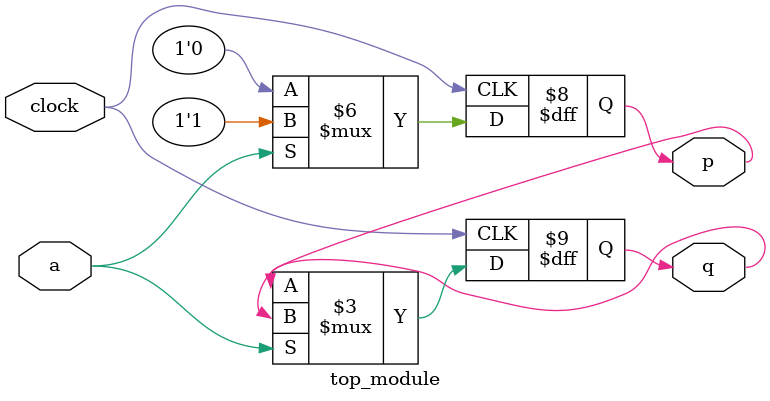
<source format=sv>
module top_module (
    input clock,
    input a, 
    output reg p,
    output reg q
);

    reg [1:0] state;

    always @(posedge clock) begin
        if (a) begin
            p <= 1;
            q <= q;
        end else begin
            p <= 0;
            q <= p;
        end
    end

endmodule

</source>
